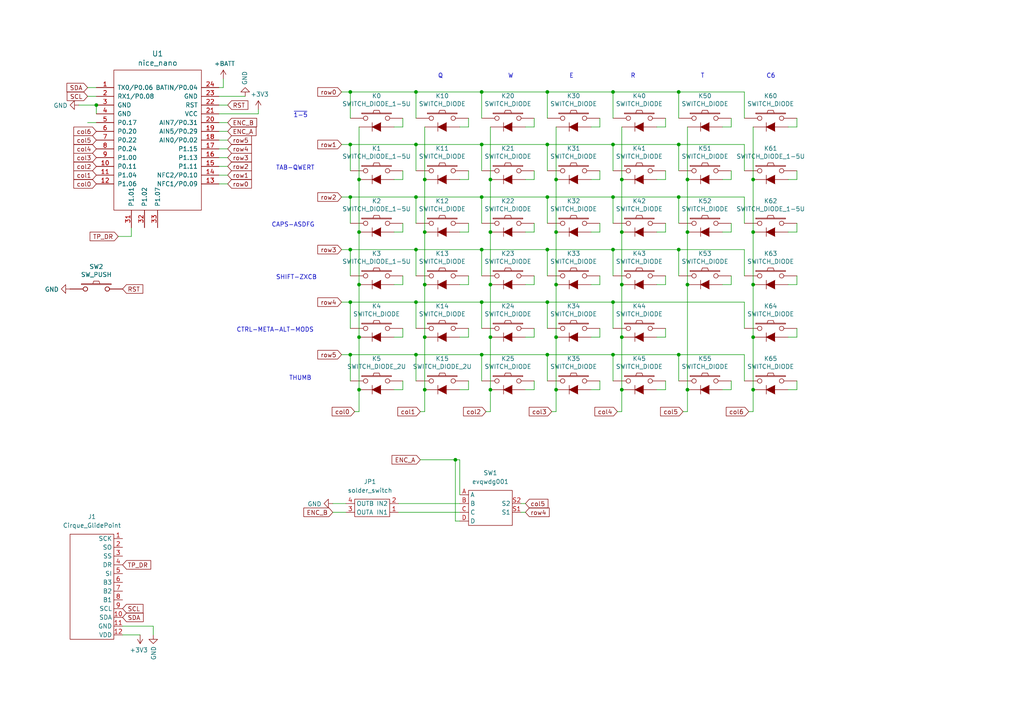
<source format=kicad_sch>
(kicad_sch (version 20211123) (generator eeschema)
  (paper "A4")
  (lib_symbols
    (symbol "component:SWITCH_DIODE" (pin_numbers hide) (pin_names (offset 1.016) hide)
      (property "Reference" "SW" (at 3.81 2.794 0))
      (property "Value" "SWITCH_DIODE" (at 0 -2.032 0))
      (symbol "SWITCH_DIODE_0_1"
        (rectangle (start -4.318 1.27) (end 4.318 1.524))
        (polyline (pts (xy -1.27 -1.27) (xy -1.27 -3.81)))
        (polyline (pts (xy 1.27 -1.27) (xy -1.27 -2.54) (xy 1.27 -3.81)) (fill (type outline)))
        (polyline (pts (xy -1.016 1.524) (xy -0.762 2.286) (xy 0.762 2.286) (xy 1.016 1.524)))
        (pin passive inverted (at -7.62 0 0) (length 5.08) (name "1") (number "1"))
        (pin passive inverted (at 7.62 0 180) (length 5.08) (name "2") (number "2"))
      )
      (symbol "SWITCH_DIODE_1_1"
        (pin passive line (at 5.08 -2.54 180) (length 3.81) (name "A") (number "3"))
        (pin passive line (at -5.08 -2.54 0) (length 3.81) (name "K") (number "4"))
      )
    )
    (symbol "components:Cirque_GlidePoint"
      (property "Reference" "J" (at 0 16.51 0))
      (property "Value" "Cirque_GlidePoint" (at 0 -16.51 0))
      (symbol "Cirque_GlidePoint_0_1"
        (rectangle (start -6.35 15.24) (end 6.35 -15.24))
      )
      (symbol "Cirque_GlidePoint_1_1"
        (pin output line (at -8.89 -13.97 0) (length 2.54) (name "SCK") (number "1"))
        (pin bidirectional line (at -8.89 8.89 0) (length 2.54) (name "SDA") (number "10"))
        (pin power_in line (at -8.89 11.43 0) (length 2.54) (name "GND") (number "11"))
        (pin power_in line (at -8.89 13.97 0) (length 2.54) (name "VDD") (number "12"))
        (pin input line (at -8.89 -11.43 0) (length 2.54) (name "SO") (number "2"))
        (pin input line (at -8.89 -8.89 0) (length 2.54) (name "SS") (number "3"))
        (pin input line (at -8.89 -6.35 0) (length 2.54) (name "DR") (number "4"))
        (pin input line (at -8.89 -3.81 0) (length 2.54) (name "SI") (number "5"))
        (pin input line (at -8.89 -1.27 0) (length 2.54) (name "B3") (number "6"))
        (pin input line (at -8.89 1.27 0) (length 2.54) (name "B2") (number "7"))
        (pin input line (at -8.89 3.81 0) (length 2.54) (name "B1") (number "8"))
        (pin output line (at -8.89 6.35 0) (length 2.54) (name "SCL") (number "9"))
      )
    )
    (symbol "components:evqwdg001"
      (property "Reference" "SW" (at 0 6.35 0))
      (property "Value" "evqwdg001" (at 0 -6.35 0))
      (symbol "evqwdg001_0_1"
        (rectangle (start -6.35 5.08) (end 6.35 -5.08))
      )
      (symbol "evqwdg001_1_1"
        (pin input line (at -8.89 3.81 0) (length 2.54) (name "A") (number "A"))
        (pin output line (at -8.89 1.27 0) (length 2.54) (name "B") (number "B"))
        (pin output line (at -8.89 -1.27 0) (length 2.54) (name "C") (number "C"))
        (pin input line (at -8.89 -3.81 0) (length 2.54) (name "D") (number "D"))
        (pin input line (at 8.89 -1.27 180) (length 2.54) (name "S1") (number "S1"))
        (pin output line (at 8.89 1.27 180) (length 2.54) (name "S2") (number "S2"))
      )
    )
    (symbol "keyboard-rescue:+3.3V-power" (power) (pin_names (offset 0))
      (property "Value" "+3.3V-power" (at 0 3.556 0))
      (symbol "+3.3V-power_0_1"
        (polyline (pts (xy -0.762 1.27) (xy 0 2.54)))
        (polyline (pts (xy 0 0) (xy 0 2.54)))
        (polyline (pts (xy 0 2.54) (xy 0.762 1.27)))
      )
      (symbol "+3.3V-power_1_1"
        (pin power_in line (at 0 0 90) (length 0) hide (name "+3V3") (number "1"))
      )
    )
    (symbol "keyboard_parts:SW_PUSH" (pin_numbers hide) (pin_names (offset 1.016) hide)
      (property "Reference" "SW" (at 3.81 2.794 0))
      (property "Value" "SW_PUSH" (at 0 -2.032 0))
      (symbol "SW_PUSH_0_1"
        (rectangle (start -4.318 1.27) (end 4.318 1.524))
        (polyline (pts (xy -1.016 1.524) (xy -0.762 2.286) (xy 0.762 2.286) (xy 1.016 1.524)))
        (pin passive inverted (at -7.62 0 0) (length 5.08) (name "1") (number "1"))
        (pin passive inverted (at 7.62 0 180) (length 5.08) (name "2") (number "2"))
      )
    )
    (symbol "nice_nano:nice_nano" (pin_names (offset 1.016))
      (property "Reference" "U" (at 0 0 0))
      (property "Value" "nice_nano" (at 0 2.54 0))
      (symbol "nice_nano_0_1"
        (rectangle (start -12.7 -21.59) (end 12.7 19.05))
      )
      (symbol "nice_nano_1_1"
        (pin input line (at -17.78 13.97 0) (length 5.08) (name "TX0/P0.06") (number "1"))
        (pin input line (at -17.78 -8.89 0) (length 5.08) (name "P0.11") (number "10"))
        (pin input line (at -17.78 -11.43 0) (length 5.08) (name "P1.04") (number "11"))
        (pin input line (at -17.78 -13.97 0) (length 5.08) (name "P1.06") (number "12"))
        (pin input line (at 17.78 -13.97 180) (length 5.08) (name "NFC1/P0.09") (number "13"))
        (pin input line (at 17.78 -11.43 180) (length 5.08) (name "NFC2/P0.10") (number "14"))
        (pin input line (at 17.78 -8.89 180) (length 5.08) (name "P1.11") (number "15"))
        (pin input line (at 17.78 -6.35 180) (length 5.08) (name "P1.13") (number "16"))
        (pin input line (at 17.78 -3.81 180) (length 5.08) (name "P1.15") (number "17"))
        (pin input line (at 17.78 -1.27 180) (length 5.08) (name "AIN0/P0.02") (number "18"))
        (pin input line (at 17.78 1.27 180) (length 5.08) (name "AIN5/P0.29") (number "19"))
        (pin input line (at -17.78 11.43 0) (length 5.08) (name "RX1/P0.08") (number "2"))
        (pin input line (at 17.78 3.81 180) (length 5.08) (name "AIN7/P0.31") (number "20"))
        (pin input line (at 17.78 6.35 180) (length 5.08) (name "VCC") (number "21"))
        (pin input line (at 17.78 8.89 180) (length 5.08) (name "RST") (number "22"))
        (pin input line (at 17.78 11.43 180) (length 5.08) (name "GND") (number "23"))
        (pin input line (at 17.78 13.97 180) (length 5.08) (name "BATIN/P0.04") (number "24"))
        (pin input line (at -17.78 8.89 0) (length 5.08) (name "GND") (number "3"))
        (pin input line (at -7.62 -26.67 90) (length 5.08) (name "P1.01") (number "31"))
        (pin input line (at -3.81 -26.67 90) (length 5.08) (name "P1.02") (number "32"))
        (pin input line (at 0 -26.67 90) (length 5.08) (name "P1.07") (number "33"))
        (pin input line (at -17.78 6.35 0) (length 5.08) (name "GND") (number "4"))
        (pin input line (at -17.78 3.81 0) (length 5.08) (name "P0.17") (number "5"))
        (pin input line (at -17.78 1.27 0) (length 5.08) (name "P0.20") (number "6"))
        (pin input line (at -17.78 -1.27 0) (length 5.08) (name "P0.22") (number "7"))
        (pin input line (at -17.78 -3.81 0) (length 5.08) (name "P0.24") (number "8"))
        (pin input line (at -17.78 -6.35 0) (length 5.08) (name "P1.00") (number "9"))
      )
    )
    (symbol "power:+BATT" (power) (pin_names (offset 0))
      (property "Value" "+BATT" (at 0 3.556 0))
      (symbol "+BATT_0_1"
        (polyline (pts (xy -0.762 1.27) (xy 0 2.54)))
        (polyline (pts (xy 0 0) (xy 0 2.54)))
        (polyline (pts (xy 0 2.54) (xy 0.762 1.27)))
      )
      (symbol "+BATT_1_1"
        (pin power_in line (at 0 0 90) (length 0) hide (name "+BATT") (number "1"))
      )
    )
    (symbol "power:GND" (power) (pin_names (offset 0))
      (property "Value" "GND" (at 0 -3.81 0))
      (symbol "GND_0_1"
        (polyline (pts (xy 0 0) (xy 0 -1.27) (xy 1.27 -1.27) (xy 0 -2.54) (xy -1.27 -1.27) (xy 0 -1.27)))
      )
      (symbol "GND_1_1"
        (pin power_in line (at 0 0 270) (length 0) hide (name "GND") (number "1"))
      )
    )
    (symbol "solder_switch_1"
      (property "Reference" "JP" (at 0 3.81 0))
      (property "Value" "solder_switch_1" (at 0 -3.81 0))
      (symbol "solder_switch_1_0_1"
        (rectangle (start -5.08 2.54) (end 5.08 -2.54))
      )
      (symbol "solder_switch_1_1_1"
        (pin output line (at -7.62 1.27 0) (length 2.54) (name "IN1") (number "1"))
        (pin output line (at -7.62 -1.27 0) (length 2.54) (name "IN2") (number "2"))
        (pin output line (at 7.62 1.27 180) (length 2.54) (name "OUTA") (number "3"))
        (pin output line (at 7.62 -1.27 180) (length 2.54) (name "OUTB") (number "4"))
      )
    )
  )
  (junction (at 196.85 41.91))
  (junction (at 104.14 97.79))
  (junction (at 142.24 52.07))
  (junction (at 199.39 52.07))
  (junction (at 120.65 72.39))
  (junction (at 139.7 26.67))
  (junction (at 161.29 113.03))
  (junction (at 104.14 52.07))
  (junction (at 158.75 57.15))
  (junction (at 180.34 52.07))
  (junction (at 101.6 41.91))
  (junction (at 161.29 67.31))
  (junction (at 123.19 52.07))
  (junction (at 101.6 57.15))
  (junction (at 161.29 82.55))
  (junction (at 139.7 102.87))
  (junction (at 218.44 82.55))
  (junction (at 158.75 41.91))
  (junction (at 104.14 113.03))
  (junction (at 142.24 82.55))
  (junction (at 161.29 52.07))
  (junction (at 123.19 67.31))
  (junction (at 139.7 87.63))
  (junction (at 196.85 26.67))
  (junction (at 139.7 57.15))
  (junction (at 101.6 26.67))
  (junction (at 177.8 41.91))
  (junction (at 218.44 97.79))
  (junction (at 218.44 52.07))
  (junction (at 180.34 97.79))
  (junction (at 120.65 102.87))
  (junction (at 101.6 87.63))
  (junction (at 218.44 113.03))
  (junction (at 177.8 26.67))
  (junction (at 142.24 67.31))
  (junction (at 27.94 30.48))
  (junction (at 158.75 72.39))
  (junction (at 180.34 82.55))
  (junction (at 139.7 41.91))
  (junction (at 120.65 87.63))
  (junction (at 177.8 102.87))
  (junction (at 123.19 82.55))
  (junction (at 218.44 67.31))
  (junction (at 158.75 102.87))
  (junction (at 120.65 57.15))
  (junction (at 196.85 72.39))
  (junction (at 161.29 97.79))
  (junction (at 123.19 97.79))
  (junction (at 196.85 102.87))
  (junction (at 180.34 113.03))
  (junction (at 158.75 87.63))
  (junction (at 101.6 72.39))
  (junction (at 123.19 113.03))
  (junction (at 139.7 72.39))
  (junction (at 199.39 113.03))
  (junction (at 120.65 41.91))
  (junction (at 104.14 67.31))
  (junction (at 120.65 26.67))
  (junction (at 142.24 97.79))
  (junction (at 177.8 57.15))
  (junction (at 177.8 87.63))
  (junction (at 132.08 133.35))
  (junction (at 142.24 113.03))
  (junction (at 196.85 57.15))
  (junction (at 101.6 102.87))
  (junction (at 180.34 67.31))
  (junction (at 199.39 67.31))
  (junction (at 158.75 26.67))
  (junction (at 199.39 82.55))
  (junction (at 104.14 82.55))
  (junction (at 177.8 72.39))
  (wire (pts (xy 177.8 87.63) (xy 215.9 87.63)))
  (wire (pts (xy 142.24 113.03) (xy 142.24 97.79)))
  (wire (pts (xy 161.29 119.38) (xy 160.02 119.38)))
  (wire (pts (xy 63.5 50.8) (xy 66.04 50.8)))
  (wire (pts (xy 231.14 113.03) (xy 231.14 110.49)))
  (wire (pts (xy 196.85 57.15) (xy 177.8 57.15)))
  (wire (pts (xy 171.45 36.83) (xy 173.99 36.83)))
  (wire (pts (xy 120.65 34.29) (xy 120.65 26.67)))
  (wire (pts (xy 209.55 36.83) (xy 212.09 36.83)))
  (wire (pts (xy 101.6 41.91) (xy 99.06 41.91)))
  (wire (pts (xy 228.6 82.55) (xy 231.14 82.55)))
  (wire (pts (xy 209.55 113.03) (xy 212.09 113.03)))
  (wire (pts (xy 133.35 133.35) (xy 133.35 143.51)))
  (wire (pts (xy 123.19 82.55) (xy 123.19 97.79)))
  (wire (pts (xy 104.14 97.79) (xy 104.14 82.55)))
  (wire (pts (xy 158.75 72.39) (xy 139.7 72.39)))
  (wire (pts (xy 66.04 30.48) (xy 63.5 30.48)))
  (wire (pts (xy 158.75 110.49) (xy 158.75 102.87)))
  (wire (pts (xy 101.6 72.39) (xy 99.06 72.39)))
  (wire (pts (xy 120.65 57.15) (xy 101.6 57.15)))
  (wire (pts (xy 215.9 49.53) (xy 215.9 41.91)))
  (wire (pts (xy 63.5 43.18) (xy 66.04 43.18)))
  (wire (pts (xy 133.35 97.79) (xy 135.89 97.79)))
  (wire (pts (xy 101.6 102.87) (xy 101.6 110.49)))
  (wire (pts (xy 196.85 102.87) (xy 215.9 102.87)))
  (wire (pts (xy 228.6 67.31) (xy 231.14 67.31)))
  (wire (pts (xy 101.6 26.67) (xy 99.06 26.67)))
  (wire (pts (xy 215.9 26.67) (xy 196.85 26.67)))
  (wire (pts (xy 152.4 52.07) (xy 154.94 52.07)))
  (wire (pts (xy 139.7 49.53) (xy 139.7 41.91)))
  (wire (pts (xy 120.65 80.01) (xy 120.65 72.39)))
  (wire (pts (xy 25.4 27.94) (xy 27.94 27.94)))
  (wire (pts (xy 193.04 82.55) (xy 193.04 80.01)))
  (wire (pts (xy 114.3 52.07) (xy 116.84 52.07)))
  (wire (pts (xy 35.56 184.15) (xy 40.64 184.15)))
  (wire (pts (xy 196.85 72.39) (xy 177.8 72.39)))
  (wire (pts (xy 139.7 72.39) (xy 120.65 72.39)))
  (wire (pts (xy 158.75 87.63) (xy 177.8 87.63)))
  (wire (pts (xy 199.39 82.55) (xy 199.39 113.03)))
  (wire (pts (xy 120.65 95.25) (xy 120.65 87.63)))
  (wire (pts (xy 142.24 97.79) (xy 142.24 82.55)))
  (wire (pts (xy 209.55 82.55) (xy 212.09 82.55)))
  (wire (pts (xy 231.14 52.07) (xy 231.14 49.53)))
  (wire (pts (xy 177.8 34.29) (xy 177.8 26.67)))
  (wire (pts (xy 177.8 95.25) (xy 177.8 87.63)))
  (wire (pts (xy 154.94 36.83) (xy 154.94 34.29)))
  (wire (pts (xy 158.75 57.15) (xy 139.7 57.15)))
  (wire (pts (xy 101.6 87.63) (xy 99.06 87.63)))
  (wire (pts (xy 133.35 36.83) (xy 135.89 36.83)))
  (wire (pts (xy 177.8 72.39) (xy 158.75 72.39)))
  (wire (pts (xy 180.34 119.38) (xy 179.07 119.38)))
  (wire (pts (xy 177.8 110.49) (xy 177.8 102.87)))
  (wire (pts (xy 190.5 36.83) (xy 193.04 36.83)))
  (wire (pts (xy 212.09 52.07) (xy 212.09 49.53)))
  (wire (pts (xy 218.44 119.38) (xy 217.17 119.38)))
  (wire (pts (xy 63.5 35.56) (xy 66.04 35.56)))
  (wire (pts (xy 101.6 41.91) (xy 101.6 49.53)))
  (wire (pts (xy 25.4 35.56) (xy 27.94 35.56)))
  (wire (pts (xy 120.65 72.39) (xy 101.6 72.39)))
  (wire (pts (xy 139.7 41.91) (xy 120.65 41.91)))
  (wire (pts (xy 135.89 82.55) (xy 135.89 80.01)))
  (wire (pts (xy 151.13 146.05) (xy 152.4 146.05)))
  (wire (pts (xy 116.84 97.79) (xy 116.84 95.25)))
  (wire (pts (xy 135.89 36.83) (xy 135.89 34.29)))
  (wire (pts (xy 193.04 97.79) (xy 193.04 95.25)))
  (wire (pts (xy 142.24 119.38) (xy 142.24 113.03)))
  (wire (pts (xy 74.93 33.02) (xy 74.93 31.75)))
  (wire (pts (xy 177.8 80.01) (xy 177.8 72.39)))
  (wire (pts (xy 154.94 113.03) (xy 154.94 110.49)))
  (wire (pts (xy 180.34 113.03) (xy 180.34 97.79)))
  (wire (pts (xy 215.9 41.91) (xy 196.85 41.91)))
  (wire (pts (xy 180.34 52.07) (xy 180.34 36.83)))
  (wire (pts (xy 196.85 64.77) (xy 196.85 57.15)))
  (wire (pts (xy 196.85 110.49) (xy 196.85 102.87)))
  (wire (pts (xy 63.5 40.64) (xy 66.04 40.64)))
  (wire (pts (xy 199.39 52.07) (xy 199.39 67.31)))
  (wire (pts (xy 115.57 148.59) (xy 133.35 148.59)))
  (wire (pts (xy 215.9 80.01) (xy 215.9 72.39)))
  (wire (pts (xy 218.44 82.55) (xy 218.44 67.31)))
  (wire (pts (xy 171.45 52.07) (xy 173.99 52.07)))
  (wire (pts (xy 215.9 110.49) (xy 215.9 102.87)))
  (wire (pts (xy 158.75 41.91) (xy 139.7 41.91)))
  (wire (pts (xy 158.75 49.53) (xy 158.75 41.91)))
  (wire (pts (xy 199.39 67.31) (xy 199.39 82.55)))
  (wire (pts (xy 135.89 97.79) (xy 135.89 95.25)))
  (wire (pts (xy 133.35 82.55) (xy 135.89 82.55)))
  (wire (pts (xy 173.99 82.55) (xy 173.99 80.01)))
  (wire (pts (xy 38.1 68.58) (xy 38.1 66.04)))
  (wire (pts (xy 212.09 82.55) (xy 212.09 80.01)))
  (wire (pts (xy 152.4 67.31) (xy 154.94 67.31)))
  (wire (pts (xy 25.4 25.4) (xy 27.94 25.4)))
  (wire (pts (xy 152.4 113.03) (xy 154.94 113.03)))
  (wire (pts (xy 133.35 67.31) (xy 135.89 67.31)))
  (wire (pts (xy 104.14 119.38) (xy 102.87 119.38)))
  (wire (pts (xy 158.75 64.77) (xy 158.75 57.15)))
  (wire (pts (xy 116.84 82.55) (xy 116.84 80.01)))
  (wire (pts (xy 193.04 52.07) (xy 193.04 49.53)))
  (wire (pts (xy 173.99 113.03) (xy 173.99 110.49)))
  (wire (pts (xy 190.5 113.03) (xy 193.04 113.03)))
  (wire (pts (xy 177.8 49.53) (xy 177.8 41.91)))
  (wire (pts (xy 209.55 67.31) (xy 212.09 67.31)))
  (wire (pts (xy 173.99 52.07) (xy 173.99 49.53)))
  (wire (pts (xy 132.08 133.35) (xy 132.08 151.13)))
  (wire (pts (xy 173.99 67.31) (xy 173.99 64.77)))
  (wire (pts (xy 64.77 25.4) (xy 64.77 22.86)))
  (wire (pts (xy 133.35 133.35) (xy 132.08 133.35)))
  (wire (pts (xy 44.45 181.61) (xy 44.45 184.15)))
  (wire (pts (xy 193.04 113.03) (xy 193.04 110.49)))
  (wire (pts (xy 171.45 82.55) (xy 173.99 82.55)))
  (wire (pts (xy 114.3 113.03) (xy 116.84 113.03)))
  (wire (pts (xy 196.85 49.53) (xy 196.85 41.91)))
  (wire (pts (xy 177.8 57.15) (xy 158.75 57.15)))
  (wire (pts (xy 228.6 97.79) (xy 231.14 97.79)))
  (wire (pts (xy 116.84 67.31) (xy 116.84 64.77)))
  (wire (pts (xy 231.14 67.31) (xy 231.14 64.77)))
  (wire (pts (xy 120.65 49.53) (xy 120.65 41.91)))
  (wire (pts (xy 115.57 146.05) (xy 133.35 146.05)))
  (wire (pts (xy 101.6 57.15) (xy 99.06 57.15)))
  (wire (pts (xy 180.34 97.79) (xy 180.34 82.55)))
  (wire (pts (xy 161.29 52.07) (xy 161.29 67.31)))
  (wire (pts (xy 158.75 34.29) (xy 158.75 26.67)))
  (wire (pts (xy 152.4 97.79) (xy 154.94 97.79)))
  (wire (pts (xy 215.9 72.39) (xy 196.85 72.39)))
  (wire (pts (xy 196.85 34.29) (xy 196.85 26.67)))
  (wire (pts (xy 139.7 64.77) (xy 139.7 57.15)))
  (wire (pts (xy 123.19 97.79) (xy 123.19 113.03)))
  (wire (pts (xy 101.6 26.67) (xy 101.6 34.29)))
  (wire (pts (xy 177.8 26.67) (xy 158.75 26.67)))
  (wire (pts (xy 180.34 67.31) (xy 180.34 52.07)))
  (wire (pts (xy 135.89 113.03) (xy 135.89 110.49)))
  (wire (pts (xy 63.5 33.02) (xy 74.93 33.02)))
  (wire (pts (xy 218.44 97.79) (xy 218.44 82.55)))
  (wire (pts (xy 190.5 52.07) (xy 193.04 52.07)))
  (wire (pts (xy 171.45 67.31) (xy 173.99 67.31)))
  (wire (pts (xy 180.34 119.38) (xy 180.34 113.03)))
  (wire (pts (xy 120.65 64.77) (xy 120.65 57.15)))
  (wire (pts (xy 154.94 82.55) (xy 154.94 80.01)))
  (wire (pts (xy 132.08 151.13) (xy 133.35 151.13)))
  (wire (pts (xy 139.7 80.01) (xy 139.7 72.39)))
  (wire (pts (xy 104.14 52.07) (xy 104.14 36.83)))
  (wire (pts (xy 116.84 52.07) (xy 116.84 49.53)))
  (wire (pts (xy 212.09 67.31) (xy 212.09 64.77)))
  (wire (pts (xy 177.8 102.87) (xy 196.85 102.87)))
  (wire (pts (xy 218.44 113.03) (xy 218.44 97.79)))
  (wire (pts (xy 63.5 38.1) (xy 66.04 38.1)))
  (wire (pts (xy 132.08 133.35) (xy 121.92 133.35)))
  (wire (pts (xy 158.75 102.87) (xy 177.8 102.87)))
  (wire (pts (xy 120.65 102.87) (xy 139.7 102.87)))
  (wire (pts (xy 101.6 72.39) (xy 101.6 80.01)))
  (wire (pts (xy 228.6 52.07) (xy 231.14 52.07)))
  (wire (pts (xy 96.52 146.05) (xy 100.33 146.05)))
  (wire (pts (xy 114.3 67.31) (xy 116.84 67.31)))
  (wire (pts (xy 171.45 97.79) (xy 173.99 97.79)))
  (wire (pts (xy 193.04 67.31) (xy 193.04 64.77)))
  (wire (pts (xy 142.24 67.31) (xy 142.24 52.07)))
  (wire (pts (xy 218.44 119.38) (xy 218.44 113.03)))
  (wire (pts (xy 35.56 181.61) (xy 44.45 181.61)))
  (wire (pts (xy 180.34 82.55) (xy 180.34 67.31)))
  (wire (pts (xy 120.65 41.91) (xy 101.6 41.91)))
  (wire (pts (xy 101.6 87.63) (xy 120.65 87.63)))
  (wire (pts (xy 190.5 67.31) (xy 193.04 67.31)))
  (wire (pts (xy 199.39 113.03) (xy 199.39 119.38)))
  (wire (pts (xy 161.29 97.79) (xy 161.29 113.03)))
  (wire (pts (xy 158.75 80.01) (xy 158.75 72.39)))
  (wire (pts (xy 139.7 57.15) (xy 120.65 57.15)))
  (wire (pts (xy 196.85 26.67) (xy 177.8 26.67)))
  (wire (pts (xy 218.44 52.07) (xy 218.44 36.83)))
  (wire (pts (xy 173.99 97.79) (xy 173.99 95.25)))
  (wire (pts (xy 177.8 41.91) (xy 158.75 41.91)))
  (wire (pts (xy 228.6 36.83) (xy 231.14 36.83)))
  (wire (pts (xy 158.75 95.25) (xy 158.75 87.63)))
  (wire (pts (xy 209.55 52.07) (xy 212.09 52.07)))
  (wire (pts (xy 101.6 87.63) (xy 101.6 95.25)))
  (wire (pts (xy 215.9 34.29) (xy 215.9 26.67)))
  (wire (pts (xy 199.39 119.38) (xy 198.12 119.38)))
  (wire (pts (xy 63.5 25.4) (xy 64.77 25.4)))
  (wire (pts (xy 161.29 36.83) (xy 161.29 52.07)))
  (wire (pts (xy 231.14 36.83) (xy 231.14 34.29)))
  (wire (pts (xy 101.6 57.15) (xy 101.6 64.77)))
  (wire (pts (xy 104.14 82.55) (xy 104.14 67.31)))
  (wire (pts (xy 96.52 148.59) (xy 100.33 148.59)))
  (wire (pts (xy 171.45 113.03) (xy 173.99 113.03)))
  (wire (pts (xy 123.19 52.07) (xy 123.19 67.31)))
  (wire (pts (xy 215.9 64.77) (xy 215.9 57.15)))
  (wire (pts (xy 116.84 36.83) (xy 116.84 34.29)))
  (wire (pts (xy 139.7 95.25) (xy 139.7 87.63)))
  (wire (pts (xy 135.89 67.31) (xy 135.89 64.77)))
  (wire (pts (xy 104.14 113.03) (xy 104.14 119.38)))
  (wire (pts (xy 173.99 36.83) (xy 173.99 34.29)))
  (wire (pts (xy 66.04 48.26) (xy 63.5 48.26)))
  (wire (pts (xy 120.65 87.63) (xy 139.7 87.63)))
  (wire (pts (xy 139.7 34.29) (xy 139.7 26.67)))
  (wire (pts (xy 63.5 53.34) (xy 66.04 53.34)))
  (wire (pts (xy 151.13 148.59) (xy 152.4 148.59)))
  (wire (pts (xy 133.35 113.03) (xy 135.89 113.03)))
  (wire (pts (xy 123.19 113.03) (xy 123.19 119.38)))
  (wire (pts (xy 231.14 97.79) (xy 231.14 95.25)))
  (wire (pts (xy 139.7 26.67) (xy 120.65 26.67)))
  (wire (pts (xy 27.94 30.48) (xy 22.86 30.48)))
  (wire (pts (xy 114.3 36.83) (xy 116.84 36.83)))
  (wire (pts (xy 63.5 27.94) (xy 71.12 27.94)))
  (wire (pts (xy 215.9 95.25) (xy 215.9 87.63)))
  (wire (pts (xy 193.04 36.83) (xy 193.04 34.29)))
  (wire (pts (xy 123.19 36.83) (xy 123.19 52.07)))
  (wire (pts (xy 139.7 102.87) (xy 158.75 102.87)))
  (wire (pts (xy 104.14 113.03) (xy 104.14 97.79)))
  (wire (pts (xy 27.94 33.02) (xy 27.94 30.48)))
  (wire (pts (xy 161.29 82.55) (xy 161.29 97.79)))
  (wire (pts (xy 139.7 110.49) (xy 139.7 102.87)))
  (wire (pts (xy 63.5 45.72) (xy 66.04 45.72)))
  (wire (pts (xy 114.3 82.55) (xy 116.84 82.55)))
  (wire (pts (xy 142.24 82.55) (xy 142.24 67.31)))
  (wire (pts (xy 34.29 68.58) (xy 38.1 68.58)))
  (wire (pts (xy 190.5 97.79) (xy 193.04 97.79)))
  (wire (pts (xy 101.6 102.87) (xy 99.06 102.87)))
  (wire (pts (xy 212.09 36.83) (xy 212.09 34.29)))
  (wire (pts (xy 177.8 64.77) (xy 177.8 57.15)))
  (wire (pts (xy 142.24 52.07) (xy 142.24 36.83)))
  (wire (pts (xy 116.84 113.03) (xy 116.84 110.49)))
  (wire (pts (xy 154.94 52.07) (xy 154.94 49.53)))
  (wire (pts (xy 152.4 82.55) (xy 154.94 82.55)))
  (wire (pts (xy 139.7 87.63) (xy 158.75 87.63)))
  (wire (pts (xy 120.65 26.67) (xy 101.6 26.67)))
  (wire (pts (xy 212.09 113.03) (xy 212.09 110.49)))
  (wire (pts (xy 190.5 82.55) (xy 193.04 82.55)))
  (wire (pts (xy 101.6 102.87) (xy 120.65 102.87)))
  (wire (pts (xy 161.29 119.38) (xy 161.29 113.03)))
  (wire (pts (xy 120.65 110.49) (xy 120.65 102.87)))
  (wire (pts (xy 123.19 67.31) (xy 123.19 82.55)))
  (wire (pts (xy 104.14 67.31) (xy 104.14 52.07)))
  (wire (pts (xy 199.39 36.83) (xy 199.39 52.07)))
  (wire (pts (xy 218.44 67.31) (xy 218.44 52.07)))
  (wire (pts (xy 228.6 113.03) (xy 231.14 113.03)))
  (wire (pts (xy 114.3 97.79) (xy 116.84 97.79)))
  (wire (pts (xy 152.4 36.83) (xy 154.94 36.83)))
  (wire (pts (xy 154.94 97.79) (xy 154.94 95.25)))
  (wire (pts (xy 142.24 119.38) (xy 140.97 119.38)))
  (wire (pts (xy 133.35 52.07) (xy 135.89 52.07)))
  (wire (pts (xy 196.85 41.91) (xy 177.8 41.91)))
  (wire (pts (xy 123.19 119.38) (xy 121.92 119.38)))
  (wire (pts (xy 154.94 67.31) (xy 154.94 64.77)))
  (wire (pts (xy 135.89 52.07) (xy 135.89 49.53)))
  (wire (pts (xy 158.75 26.67) (xy 139.7 26.67)))
  (wire (pts (xy 161.29 67.31) (xy 161.29 82.55)))
  (wire (pts (xy 215.9 57.15) (xy 196.85 57.15)))
  (wire (pts (xy 196.85 80.01) (xy 196.85 72.39)))
  (wire (pts (xy 231.14 82.55) (xy 231.14 80.01)))
  (text "C6" (at 222.25 22.86 0) (effects (font (size 1.27 1.27)) (justify left bottom)))
  (text "E" (at 165.1 22.86 0) (effects (font (size 1.27 1.27)) (justify left bottom)))
  (text "TAB-QWERT" (at 80.01 49.53 0) (effects (font (size 1.27 1.27)) (justify left bottom)))
  (text "THUMB" (at 83.82 110.49 0) (effects (font (size 1.27 1.27)) (justify left bottom)))
  (text "SHIFT-ZXCB" (at 80.01 81.28 0) (effects (font (size 1.27 1.27)) (justify left bottom)))
  (text "T" (at 203.2 22.86 0) (effects (font (size 1.27 1.27)) (justify left bottom)))
  (text "Q" (at 127 22.86 0) (effects (font (size 1.27 1.27)) (justify left bottom)))
  (text "W" (at 147.32 22.86 0) (effects (font (size 1.27 1.27)) (justify left bottom)))
  (text "R" (at 182.88 22.86 0) (effects (font (size 1.27 1.27)) (justify left bottom)))
  (text "CAPS-ASDFG" (at 78.74 66.04 0) (effects (font (size 1.27 1.27)) (justify left bottom)))
  (text "CTRL-META-ALT-MODS" (at 68.58 96.52 0) (effects (font (size 1.27 1.27)) (justify left bottom)))
  (text "~{1-5}" (at 85.09 34.29 0) (effects (font (size 1.27 1.27)) (justify left bottom)))
  (global_label "col5" (shape input) (at 27.94 40.64 180) (property "Odnośniki między arkuszami" "${INTERSHEET_REFS}" (effects hide)))
  (global_label "row5" (shape input) (at 99.06 102.87 180) (property "Odnośniki między arkuszami" "${INTERSHEET_REFS}" (effects hide)))
  (global_label "row4" (shape input) (at 152.4 148.59 0) (property "Odnośniki między arkuszami" "${INTERSHEET_REFS}" (effects hide)))
  (global_label "col5" (shape input) (at 152.4 146.05 0) (property "Odnośniki między arkuszami" "${INTERSHEET_REFS}" (effects hide)))
  (global_label "TP_DR" (shape input) (at 35.56 163.83 0) (property "Odnośniki między arkuszami" "${INTERSHEET_REFS}" (effects hide)))
  (global_label "SDA" (shape input) (at 25.4 25.4 180) (property "Odnośniki między arkuszami" "${INTERSHEET_REFS}" (effects hide)))
  (global_label "col4" (shape input) (at 179.07 119.38 180) (property "Odnośniki między arkuszami" "${INTERSHEET_REFS}" (effects hide)))
  (global_label "col6" (shape input) (at 27.94 38.1 180) (property "Odnośniki między arkuszami" "${INTERSHEET_REFS}" (effects hide)))
  (global_label "ENC_A" (shape input) (at 66.04 38.1 0) (property "Odnośniki między arkuszami" "${INTERSHEET_REFS}" (effects hide)))
  (global_label "row3" (shape input) (at 66.04 45.72 0) (property "Odnośniki między arkuszami" "${INTERSHEET_REFS}" (effects hide)))
  (global_label "ENC_B" (shape input) (at 66.04 35.56 0) (property "Odnośniki między arkuszami" "${INTERSHEET_REFS}" (effects hide)))
  (global_label "col2" (shape input) (at 27.94 48.26 180) (property "Odnośniki między arkuszami" "${INTERSHEET_REFS}" (effects hide)))
  (global_label "col1" (shape input) (at 121.92 119.38 180) (property "Odnośniki między arkuszami" "${INTERSHEET_REFS}" (effects hide)))
  (global_label "col3" (shape input) (at 160.02 119.38 180) (property "Odnośniki między arkuszami" "${INTERSHEET_REFS}" (effects hide)))
  (global_label "row4" (shape input) (at 99.06 87.63 180) (property "Odnośniki między arkuszami" "${INTERSHEET_REFS}" (effects hide)))
  (global_label "SDA" (shape input) (at 35.56 179.07 0) (property "Odnośniki między arkuszami" "${INTERSHEET_REFS}" (effects hide)))
  (global_label "RST" (shape input) (at 35.56 83.82 0) (property "Odnośniki między arkuszami" "${INTERSHEET_REFS}" (effects hide)))
  (global_label "col1" (shape input) (at 27.94 50.8 180) (property "Odnośniki między arkuszami" "${INTERSHEET_REFS}" (effects hide)))
  (global_label "row1" (shape input) (at 99.06 41.91 180) (property "Odnośniki między arkuszami" "${INTERSHEET_REFS}" (effects hide)))
  (global_label "row2" (shape input) (at 66.04 48.26 0) (property "Odnośniki między arkuszami" "${INTERSHEET_REFS}" (effects hide)))
  (global_label "col2" (shape input) (at 140.97 119.38 180) (property "Odnośniki między arkuszami" "${INTERSHEET_REFS}" (effects hide)))
  (global_label "row4" (shape input) (at 66.04 43.18 0) (property "Odnośniki między arkuszami" "${INTERSHEET_REFS}" (effects hide)))
  (global_label "ENC_B" (shape input) (at 96.52 148.59 180) (property "Odnośniki między arkuszami" "${INTERSHEET_REFS}" (effects hide)))
  (global_label "col3" (shape input) (at 27.94 45.72 180) (property "Odnośniki między arkuszami" "${INTERSHEET_REFS}" (effects hide)))
  (global_label "row0" (shape input) (at 99.06 26.67 180) (property "Odnośniki między arkuszami" "${INTERSHEET_REFS}" (effects hide)))
  (global_label "TP_DR" (shape input) (at 34.29 68.58 180) (property "Odnośniki między arkuszami" "${INTERSHEET_REFS}" (effects hide)))
  (global_label "SCL" (shape input) (at 35.56 176.53 0) (property "Odnośniki między arkuszami" "${INTERSHEET_REFS}" (effects hide)))
  (global_label "row5" (shape input) (at 66.04 40.64 0) (property "Odnośniki między arkuszami" "${INTERSHEET_REFS}" (effects hide)))
  (global_label "col6" (shape input) (at 217.17 119.38 180) (property "Odnośniki między arkuszami" "${INTERSHEET_REFS}" (effects hide)))
  (global_label "col0" (shape input) (at 27.94 53.34 180) (property "Odnośniki między arkuszami" "${INTERSHEET_REFS}" (effects hide)))
  (global_label "row2" (shape input) (at 99.06 57.15 180) (property "Odnośniki między arkuszami" "${INTERSHEET_REFS}" (effects hide)))
  (global_label "row3" (shape input) (at 99.06 72.39 180) (property "Odnośniki między arkuszami" "${INTERSHEET_REFS}" (effects hide)))
  (global_label "col0" (shape input) (at 102.87 119.38 180) (property "Odnośniki między arkuszami" "${INTERSHEET_REFS}" (effects hide)))
  (global_label "col4" (shape input) (at 27.94 43.18 180) (property "Odnośniki między arkuszami" "${INTERSHEET_REFS}" (effects hide)))
  (global_label "row0" (shape input) (at 66.04 53.34 0) (property "Odnośniki między arkuszami" "${INTERSHEET_REFS}" (effects hide)))
  (global_label "row1" (shape input) (at 66.04 50.8 0) (property "Odnośniki między arkuszami" "${INTERSHEET_REFS}" (effects hide)))
  (global_label "ENC_A" (shape input) (at 121.92 133.35 180) (property "Odnośniki między arkuszami" "${INTERSHEET_REFS}" (effects hide)))
  (global_label "SCL" (shape input) (at 25.4 27.94 180) (property "Odnośniki między arkuszami" "${INTERSHEET_REFS}" (effects hide)))
  (global_label "RST" (shape input) (at 66.04 30.48 0) (property "Odnośniki między arkuszami" "${INTERSHEET_REFS}" (effects hide)))
  (global_label "col5" (shape input) (at 198.12 119.38 180) (property "Odnośniki między arkuszami" "${INTERSHEET_REFS}" (effects hide)))
  (symbol (lib_id "nice_nano:nice_nano") (at 45.72 39.37 0) (unit 1)
    (property "Reference" "U1" (at 45.72 15.5702 0) (effects (font (size 1.524 1.524))))
    (property "Value" "nice_nano" (at 45.72 18.2626 0) (effects (font (size 1.524 1.524))))
    (property "Footprint" "nice-nano-kicad-master:nice_nano" (effects hide))
  )
  (symbol (lib_id "keyboard-rescue:+3.3V-power") (at 74.93 31.75 0) (unit 1)
    (property "Reference" "#PWR0101" (effects hide))
    (property "Value" "+3.3V" (at 75.311 27.3558 0))
  )
  (symbol (lib_id "power:GND") (at 22.86 30.48 270) (unit 1)
    (property "Reference" "#PWR0102" (effects hide))
    (property "Value" "GND" (at 19.6088 30.607 90) (effects (justify right)))
  )
  (symbol (lib_id "power:GND") (at 71.12 27.94 180) (unit 1)
    (property "Reference" "#PWR0103" (effects hide))
    (property "Value" "GND" (at 70.993 24.6888 90) (effects (justify right)))
  )
  (symbol (lib_id "power:+BATT") (at 64.77 22.86 0) (unit 1)
    (property "Reference" "#PWR0104" (effects hide))
    (property "Value" "+BATT" (at 65.151 18.4658 0))
  )
  (symbol (lib_id "component:SWITCH_DIODE") (at 109.22 34.29 0) (unit 1)
    (property "Reference" "K0" (at 109.22 27.813 0))
    (property "Value" "SWITCH_DIODE_1-5U" (at 109.22 30.1244 0))
    (property "Footprint" "components:kailh_socket_1-5U" (effects hide))
  )
  (symbol (lib_id "component:SWITCH_DIODE") (at 128.27 34.29 0) (unit 1)
    (property "Reference" "K10" (at 128.27 27.813 0))
    (property "Value" "SWITCH_DIODE" (at 128.27 30.1244 0))
    (property "Footprint" "components:kailh_socket_1U" (effects hide))
  )
  (symbol (lib_id "component:SWITCH_DIODE") (at 147.32 34.29 0) (unit 1)
    (property "Reference" "K20" (at 147.32 27.813 0))
    (property "Value" "SWITCH_DIODE" (at 147.32 30.1244 0))
    (property "Footprint" "components:kailh_socket_1U" (effects hide))
  )
  (symbol (lib_id "component:SWITCH_DIODE") (at 166.37 34.29 0) (unit 1)
    (property "Reference" "K30" (at 166.37 27.813 0))
    (property "Value" "SWITCH_DIODE" (at 166.37 30.1244 0))
    (property "Footprint" "components:kailh_socket_1U" (effects hide))
  )
  (symbol (lib_id "component:SWITCH_DIODE") (at 185.42 34.29 0) (unit 1)
    (property "Reference" "K40" (at 185.42 27.813 0))
    (property "Value" "SWITCH_DIODE" (at 185.42 30.1244 0))
    (property "Footprint" "components:kailh_socket_1U" (effects hide))
  )
  (symbol (lib_id "component:SWITCH_DIODE") (at 204.47 34.29 0) (unit 1)
    (property "Reference" "K50" (at 204.47 27.813 0))
    (property "Value" "SWITCH_DIODE" (at 204.47 30.1244 0))
    (property "Footprint" "components:kailh_socket_1U" (effects hide))
  )
  (symbol (lib_id "component:SWITCH_DIODE") (at 223.52 34.29 0) (unit 1)
    (property "Reference" "K60" (at 223.52 27.813 0))
    (property "Value" "SWITCH_DIODE" (at 223.52 30.1244 0))
    (property "Footprint" "components:kailh_socket_1U" (effects hide))
  )
  (symbol (lib_id "component:SWITCH_DIODE") (at 109.22 49.53 0) (unit 1)
    (property "Reference" "K1" (at 109.22 43.053 0))
    (property "Value" "SWITCH_DIODE_1-5U" (at 109.22 45.3644 0))
    (property "Footprint" "components:kailh_socket_1-5U" (effects hide))
  )
  (symbol (lib_id "component:SWITCH_DIODE") (at 128.27 49.53 0) (unit 1)
    (property "Reference" "K11" (at 128.27 43.053 0))
    (property "Value" "SWITCH_DIODE" (at 128.27 45.3644 0))
    (property "Footprint" "components:kailh_socket_1U" (effects hide))
  )
  (symbol (lib_id "component:SWITCH_DIODE") (at 147.32 49.53 0) (unit 1)
    (property "Reference" "K21" (at 147.32 43.053 0))
    (property "Value" "SWITCH_DIODE" (at 147.32 45.3644 0))
    (property "Footprint" "components:kailh_socket_1U" (effects hide))
  )
  (symbol (lib_id "component:SWITCH_DIODE") (at 166.37 49.53 0) (unit 1)
    (property "Reference" "K31" (at 166.37 43.053 0))
    (property "Value" "SWITCH_DIODE" (at 166.37 45.3644 0))
    (property "Footprint" "components:kailh_socket_1U" (effects hide))
  )
  (symbol (lib_id "component:SWITCH_DIODE") (at 185.42 49.53 0) (unit 1)
    (property "Reference" "K41" (at 185.42 43.053 0))
    (property "Value" "SWITCH_DIODE" (at 185.42 45.3644 0))
    (property "Footprint" "components:kailh_socket_1U" (effects hide))
  )
  (symbol (lib_id "component:SWITCH_DIODE") (at 204.47 49.53 0) (unit 1)
    (property "Reference" "K51" (at 204.47 43.053 0))
    (property "Value" "SWITCH_DIODE" (at 204.47 45.3644 0))
    (property "Footprint" "components:kailh_socket_1U" (effects hide))
  )
  (symbol (lib_id "component:SWITCH_DIODE") (at 223.52 49.53 0) (unit 1)
    (property "Reference" "K61" (at 223.52 43.053 0))
    (property "Value" "SWITCH_DIODE_1-5U" (at 223.52 45.3644 0))
    (property "Footprint" "components:kailh_socket_1-5U" (effects hide))
  )
  (symbol (lib_id "component:SWITCH_DIODE") (at 109.22 64.77 0) (unit 1)
    (property "Reference" "K2" (at 109.22 58.293 0))
    (property "Value" "SWITCH_DIODE_1-5U" (at 109.22 60.6044 0))
    (property "Footprint" "components:kailh_socket_1-5U" (effects hide))
  )
  (symbol (lib_id "component:SWITCH_DIODE") (at 128.27 64.77 0) (unit 1)
    (property "Reference" "K12" (at 128.27 58.293 0))
    (property "Value" "SWITCH_DIODE" (at 128.27 60.6044 0))
    (property "Footprint" "components:kailh_socket_1U" (effects hide))
  )
  (symbol (lib_id "component:SWITCH_DIODE") (at 147.32 64.77 0) (unit 1)
    (property "Reference" "K22" (at 147.32 58.293 0))
    (property "Value" "SWITCH_DIODE" (at 147.32 60.6044 0))
    (property "Footprint" "components:kailh_socket_1U" (effects hide))
  )
  (symbol (lib_id "component:SWITCH_DIODE") (at 166.37 64.77 0) (unit 1)
    (property "Reference" "K32" (at 166.37 58.293 0))
    (property "Value" "SWITCH_DIODE" (at 166.37 60.6044 0))
    (property "Footprint" "components:kailh_socket_1U" (effects hide))
  )
  (symbol (lib_id "component:SWITCH_DIODE") (at 185.42 64.77 0) (unit 1)
    (property "Reference" "K42" (at 185.42 58.293 0))
    (property "Value" "SWITCH_DIODE" (at 185.42 60.6044 0))
    (property "Footprint" "components:kailh_socket_1U" (effects hide))
  )
  (symbol (lib_id "component:SWITCH_DIODE") (at 204.47 64.77 0) (unit 1)
    (property "Reference" "K52" (at 204.47 58.293 0))
    (property "Value" "SWITCH_DIODE" (at 204.47 60.6044 0))
    (property "Footprint" "components:kailh_socket_1U" (effects hide))
  )
  (symbol (lib_id "component:SWITCH_DIODE") (at 223.52 64.77 0) (unit 1)
    (property "Reference" "K62" (at 223.52 58.293 0))
    (property "Value" "SWITCH_DIODE_1-5U" (at 223.52 60.6044 0))
    (property "Footprint" "components:kailh_socket_1-5U" (effects hide))
  )
  (symbol (lib_id "component:SWITCH_DIODE") (at 109.22 80.01 0) (unit 1)
    (property "Reference" "K3" (at 109.22 73.533 0))
    (property "Value" "SWITCH_DIODE_1-5U" (at 109.22 75.8444 0))
    (property "Footprint" "components:kailh_socket_1-5U" (effects hide))
  )
  (symbol (lib_id "component:SWITCH_DIODE") (at 128.27 80.01 0) (unit 1)
    (property "Reference" "K13" (at 128.27 73.533 0))
    (property "Value" "SWITCH_DIODE" (at 128.27 75.8444 0))
    (property "Footprint" "components:kailh_socket_1U" (effects hide))
  )
  (symbol (lib_id "component:SWITCH_DIODE") (at 147.32 80.01 0) (unit 1)
    (property "Reference" "K23" (at 147.32 73.533 0))
    (property "Value" "SWITCH_DIODE" (at 147.32 75.8444 0))
    (property "Footprint" "components:kailh_socket_1U" (effects hide))
  )
  (symbol (lib_id "component:SWITCH_DIODE") (at 166.37 80.01 0) (unit 1)
    (property "Reference" "K33" (at 166.37 73.533 0))
    (property "Value" "SWITCH_DIODE" (at 166.37 75.8444 0))
    (property "Footprint" "components:kailh_socket_1U" (effects hide))
  )
  (symbol (lib_id "component:SWITCH_DIODE") (at 185.42 80.01 0) (unit 1)
    (property "Reference" "K43" (at 185.42 73.533 0))
    (property "Value" "SWITCH_DIODE" (at 185.42 75.8444 0))
    (property "Footprint" "components:kailh_socket_1U" (effects hide))
  )
  (symbol (lib_id "component:SWITCH_DIODE") (at 204.47 80.01 0) (unit 1)
    (property "Reference" "K53" (at 204.47 73.533 0))
    (property "Value" "SWITCH_DIODE" (at 204.47 75.8444 0))
    (property "Footprint" "components:kailh_socket_1U" (effects hide))
  )
  (symbol (lib_id "component:SWITCH_DIODE") (at 223.52 80.01 0) (unit 1)
    (property "Reference" "K63" (at 223.52 73.533 0))
    (property "Value" "SWITCH_DIODE" (at 223.52 75.8444 0))
    (property "Footprint" "components:kailh_socket_1U" (effects hide))
  )
  (symbol (lib_id "component:SWITCH_DIODE") (at 109.22 95.25 0) (unit 1)
    (property "Reference" "K4" (at 109.22 88.773 0))
    (property "Value" "SWITCH_DIODE" (at 109.22 91.0844 0))
    (property "Footprint" "components:kailh_socket_1U" (effects hide))
  )
  (symbol (lib_id "component:SWITCH_DIODE") (at 128.27 95.25 0) (unit 1)
    (property "Reference" "K14" (at 128.27 88.773 0))
    (property "Value" "SWITCH_DIODE" (at 128.27 91.0844 0))
    (property "Footprint" "components:kailh_socket_1U" (effects hide))
  )
  (symbol (lib_id "component:SWITCH_DIODE") (at 147.32 95.25 0) (unit 1)
    (property "Reference" "K24" (at 147.32 88.773 0))
    (property "Value" "SWITCH_DIODE" (at 147.32 91.0844 0))
    (property "Footprint" "components:kailh_socket_1U" (effects hide))
  )
  (symbol (lib_id "component:SWITCH_DIODE") (at 166.37 95.25 0) (unit 1)
    (property "Reference" "K34" (at 166.37 88.773 0))
    (property "Value" "SWITCH_DIODE" (at 166.37 91.0844 0))
    (property "Footprint" "components:kailh_socket_1U" (effects hide))
  )
  (symbol (lib_id "component:SWITCH_DIODE") (at 185.42 95.25 0) (unit 1)
    (property "Reference" "K44" (at 185.42 88.773 0))
    (property "Value" "SWITCH_DIODE" (at 185.42 91.0844 0))
    (property "Footprint" "components:kailh_socket_1U" (effects hide))
  )
  (symbol (lib_id "component:SWITCH_DIODE") (at 223.52 95.25 0) (unit 1)
    (property "Reference" "K64" (at 223.52 88.773 0))
    (property "Value" "SWITCH_DIODE" (at 223.52 91.0844 0))
    (property "Footprint" "components:kailh_socket_1U" (effects hide))
  )
  (symbol (lib_id "component:SWITCH_DIODE") (at 109.22 110.49 0) (unit 1)
    (property "Reference" "K5" (at 109.22 104.013 0))
    (property "Value" "SWITCH_DIODE_2U" (at 109.22 106.3244 0))
    (property "Footprint" "components:kailh_socket_2U" (effects hide))
  )
  (symbol (lib_id "component:SWITCH_DIODE") (at 128.27 110.49 0) (unit 1)
    (property "Reference" "K15" (at 128.27 104.013 0))
    (property "Value" "SWITCH_DIODE_2U" (at 128.27 106.3244 0))
    (property "Footprint" "components:kailh_socket_2U" (effects hide))
  )
  (symbol (lib_id "component:SWITCH_DIODE") (at 147.32 110.49 0) (unit 1)
    (property "Reference" "K25" (at 147.32 104.013 0))
    (property "Value" "SWITCH_DIODE" (at 147.32 106.3244 0))
    (property "Footprint" "components:kailh_socket_1U" (effects hide))
  )
  (symbol (lib_id "component:SWITCH_DIODE") (at 166.37 110.49 0) (unit 1)
    (property "Reference" "K35" (at 166.37 104.013 0))
    (property "Value" "SWITCH_DIODE" (at 166.37 106.3244 0))
    (property "Footprint" "components:kailh_socket_1U" (effects hide))
  )
  (symbol (lib_id "component:SWITCH_DIODE") (at 185.42 110.49 0) (unit 1)
    (property "Reference" "K45" (at 185.42 104.013 0))
    (property "Value" "SWITCH_DIODE" (at 185.42 106.3244 0))
    (property "Footprint" "components:kailh_socket_1U" (effects hide))
  )
  (symbol (lib_id "component:SWITCH_DIODE") (at 204.47 110.49 0) (unit 1)
    (property "Reference" "K55" (at 204.47 104.013 0))
    (property "Value" "SWITCH_DIODE" (at 204.47 106.3244 0))
    (property "Footprint" "components:kailh_socket_1U" (effects hide))
  )
  (symbol (lib_id "component:SWITCH_DIODE") (at 223.52 110.49 0) (unit 1)
    (property "Reference" "K65" (at 223.52 104.013 0))
    (property "Value" "SWITCH_DIODE" (at 223.52 106.3244 0))
    (property "Footprint" "components:kailh_socket_1U" (effects hide))
  )
  (symbol (lib_id "keyboard_parts:SW_PUSH") (at 27.94 83.82 0) (unit 1)
    (property "Reference" "SW2" (at 27.94 77.343 0))
    (property "Value" "SW_PUSH" (at 27.94 79.6544 0))
  )
  (symbol (lib_id "power:GND") (at 20.32 83.82 270) (unit 1)
    (property "Reference" "#PWR0105" (effects hide))
    (property "Value" "GND" (at 17.0688 83.947 90) (effects (justify right)))
  )
  (symbol (lib_id "components:Cirque_GlidePoint") (at 26.67 170.18 180) (unit 1)
    (property "Reference" "J1" (at 26.67 149.86 0))
    (property "Value" "Cirque_GlidePoint" (at 26.67 152.4 0))
    (property "Footprint" "Connector_FFC-FPC:Hirose_FH12-12S-0.5SH_1x12-1MP_P0.50mm_Horizontal" (effects hide))
  )
  (symbol (lib_id "components:evqwdg001") (at 142.24 147.32 0) (unit 1)
    (property "Reference" "SW1" (at 142.24 137.16 0))
    (property "Value" "evqwdg001" (at 142.24 139.7 0))
    (property "Footprint" "components:evqwdg001_sym" (effects hide))
  )
  (symbol (lib_id "power:GND") (at 44.45 184.15 0) (unit 1)
    (property "Reference" "#PWR0106" (effects hide))
    (property "Value" "GND" (at 44.577 187.4012 90) (effects (justify right)))
  )
  (symbol (lib_name "solder_switch_1") (lib_id "components:solder_switch") (at 107.95 147.32 180) (unit 1)
    (property "Reference" "JP1" (at 107.315 139.7 0))
    (property "Value" "solder_switch" (at 107.315 142.24 0))
    (property "Footprint" "components:solder_switch" (effects hide))
  )
  (symbol (lib_id "power:GND") (at 96.52 146.05 270) (unit 1)
    (property "Reference" "#PWR0108" (effects hide))
    (property "Value" "GND" (at 93.2688 146.177 90) (effects (justify right)))
  )
  (symbol (lib_id "keyboard-rescue:+3.3V-power") (at 40.64 184.15 180) (unit 1)
    (property "Reference" "#PWR0107" (effects hide))
    (property "Value" "+3.3V" (at 40.259 188.5442 0))
  )
)
</source>
